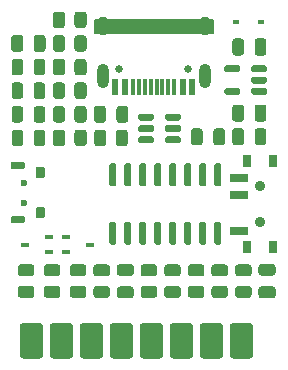
<source format=gbr>
G04 #@! TF.GenerationSoftware,KiCad,Pcbnew,6.0.7+dfsg-1~bpo11+1*
G04 #@! TF.ProjectId,project,70726f6a-6563-4742-9e6b-696361645f70,rev?*
G04 #@! TF.SameCoordinates,Original*
G04 #@! TF.FileFunction,Soldermask,Top*
G04 #@! TF.FilePolarity,Negative*
%FSLAX46Y46*%
G04 Gerber Fmt 4.6, Leading zero omitted, Abs format (unit mm)*
%MOMM*%
%LPD*%
G01*
G04 APERTURE LIST*
%ADD10C,0.150000*%
%ADD11R,0.600000X0.450000*%
%ADD12C,0.900000*%
%ADD13R,1.500000X0.700000*%
%ADD14R,0.800000X1.000000*%
%ADD15C,0.650000*%
%ADD16R,0.600000X1.450000*%
%ADD17R,0.300000X1.450000*%
%ADD18O,1.000000X2.100000*%
%ADD19O,1.000000X1.600000*%
%ADD20C,0.600000*%
%ADD21R,0.700000X0.450000*%
G04 APERTURE END LIST*
D10*
X107500000Y-97375000D02*
X117500000Y-97375000D01*
X117500000Y-97375000D02*
X117500000Y-98475000D01*
X117500000Y-98475000D02*
X107500000Y-98475000D01*
X107500000Y-98475000D02*
X107500000Y-97375000D01*
G36*
X107500000Y-97375000D02*
G01*
X117500000Y-97375000D01*
X117500000Y-98475000D01*
X107500000Y-98475000D01*
X107500000Y-97375000D01*
G37*
G36*
G01*
X112550000Y-120925000D02*
X111650000Y-120925000D01*
G75*
G02*
X111400000Y-120675000I0J250000D01*
G01*
X111400000Y-120150000D01*
G75*
G02*
X111650000Y-119900000I250000J0D01*
G01*
X112550000Y-119900000D01*
G75*
G02*
X112800000Y-120150000I0J-250000D01*
G01*
X112800000Y-120675000D01*
G75*
G02*
X112550000Y-120925000I-250000J0D01*
G01*
G37*
G36*
G01*
X112550000Y-119100000D02*
X111650000Y-119100000D01*
G75*
G02*
X111400000Y-118850000I0J250000D01*
G01*
X111400000Y-118325000D01*
G75*
G02*
X111650000Y-118075000I250000J0D01*
G01*
X112550000Y-118075000D01*
G75*
G02*
X112800000Y-118325000I0J-250000D01*
G01*
X112800000Y-118850000D01*
G75*
G02*
X112550000Y-119100000I-250000J0D01*
G01*
G37*
G36*
G01*
X110325000Y-106925000D02*
X110325000Y-107825000D01*
G75*
G02*
X110075000Y-108075000I-250000J0D01*
G01*
X109550000Y-108075000D01*
G75*
G02*
X109300000Y-107825000I0J250000D01*
G01*
X109300000Y-106925000D01*
G75*
G02*
X109550000Y-106675000I250000J0D01*
G01*
X110075000Y-106675000D01*
G75*
G02*
X110325000Y-106925000I0J-250000D01*
G01*
G37*
G36*
G01*
X108500000Y-106925000D02*
X108500000Y-107825000D01*
G75*
G02*
X108250000Y-108075000I-250000J0D01*
G01*
X107725000Y-108075000D01*
G75*
G02*
X107475000Y-107825000I0J250000D01*
G01*
X107475000Y-106925000D01*
G75*
G02*
X107725000Y-106675000I250000J0D01*
G01*
X108250000Y-106675000D01*
G75*
G02*
X108500000Y-106925000I0J-250000D01*
G01*
G37*
G36*
G01*
X109625000Y-118050000D02*
X110575000Y-118050000D01*
G75*
G02*
X110825000Y-118300000I0J-250000D01*
G01*
X110825000Y-118800000D01*
G75*
G02*
X110575000Y-119050000I-250000J0D01*
G01*
X109625000Y-119050000D01*
G75*
G02*
X109375000Y-118800000I0J250000D01*
G01*
X109375000Y-118300000D01*
G75*
G02*
X109625000Y-118050000I250000J0D01*
G01*
G37*
G36*
G01*
X109625000Y-119950000D02*
X110575000Y-119950000D01*
G75*
G02*
X110825000Y-120200000I0J-250000D01*
G01*
X110825000Y-120700000D01*
G75*
G02*
X110575000Y-120950000I-250000J0D01*
G01*
X109625000Y-120950000D01*
G75*
G02*
X109375000Y-120700000I0J250000D01*
G01*
X109375000Y-120200000D01*
G75*
G02*
X109625000Y-119950000I250000J0D01*
G01*
G37*
G36*
G01*
X103450000Y-118075000D02*
X104350000Y-118075000D01*
G75*
G02*
X104600000Y-118325000I0J-250000D01*
G01*
X104600000Y-118850000D01*
G75*
G02*
X104350000Y-119100000I-250000J0D01*
G01*
X103450000Y-119100000D01*
G75*
G02*
X103200000Y-118850000I0J250000D01*
G01*
X103200000Y-118325000D01*
G75*
G02*
X103450000Y-118075000I250000J0D01*
G01*
G37*
G36*
G01*
X103450000Y-119900000D02*
X104350000Y-119900000D01*
G75*
G02*
X104600000Y-120150000I0J-250000D01*
G01*
X104600000Y-120675000D01*
G75*
G02*
X104350000Y-120925000I-250000J0D01*
G01*
X103450000Y-120925000D01*
G75*
G02*
X103200000Y-120675000I0J250000D01*
G01*
X103200000Y-120150000D01*
G75*
G02*
X103450000Y-119900000I250000J0D01*
G01*
G37*
G36*
G01*
X103350000Y-98900000D02*
X103350000Y-99850000D01*
G75*
G02*
X103100000Y-100100000I-250000J0D01*
G01*
X102600000Y-100100000D01*
G75*
G02*
X102350000Y-99850000I0J250000D01*
G01*
X102350000Y-98900000D01*
G75*
G02*
X102600000Y-98650000I250000J0D01*
G01*
X103100000Y-98650000D01*
G75*
G02*
X103350000Y-98900000I0J-250000D01*
G01*
G37*
G36*
G01*
X101450000Y-98900000D02*
X101450000Y-99850000D01*
G75*
G02*
X101200000Y-100100000I-250000J0D01*
G01*
X100700000Y-100100000D01*
G75*
G02*
X100450000Y-99850000I0J250000D01*
G01*
X100450000Y-98900000D01*
G75*
G02*
X100700000Y-98650000I250000J0D01*
G01*
X101200000Y-98650000D01*
G75*
G02*
X101450000Y-98900000I0J-250000D01*
G01*
G37*
G36*
G01*
X100475000Y-101831250D02*
X100475000Y-100918750D01*
G75*
G02*
X100718750Y-100675000I243750J0D01*
G01*
X101206250Y-100675000D01*
G75*
G02*
X101450000Y-100918750I0J-243750D01*
G01*
X101450000Y-101831250D01*
G75*
G02*
X101206250Y-102075000I-243750J0D01*
G01*
X100718750Y-102075000D01*
G75*
G02*
X100475000Y-101831250I0J243750D01*
G01*
G37*
G36*
G01*
X102350000Y-101831250D02*
X102350000Y-100918750D01*
G75*
G02*
X102593750Y-100675000I243750J0D01*
G01*
X103081250Y-100675000D01*
G75*
G02*
X103325000Y-100918750I0J-243750D01*
G01*
X103325000Y-101831250D01*
G75*
G02*
X103081250Y-102075000I-243750J0D01*
G01*
X102593750Y-102075000D01*
G75*
G02*
X102350000Y-101831250I0J243750D01*
G01*
G37*
G36*
G01*
X100475000Y-103831250D02*
X100475000Y-102918750D01*
G75*
G02*
X100718750Y-102675000I243750J0D01*
G01*
X101206250Y-102675000D01*
G75*
G02*
X101450000Y-102918750I0J-243750D01*
G01*
X101450000Y-103831250D01*
G75*
G02*
X101206250Y-104075000I-243750J0D01*
G01*
X100718750Y-104075000D01*
G75*
G02*
X100475000Y-103831250I0J243750D01*
G01*
G37*
G36*
G01*
X102350000Y-103831250D02*
X102350000Y-102918750D01*
G75*
G02*
X102593750Y-102675000I243750J0D01*
G01*
X103081250Y-102675000D01*
G75*
G02*
X103325000Y-102918750I0J-243750D01*
G01*
X103325000Y-103831250D01*
G75*
G02*
X103081250Y-104075000I-243750J0D01*
G01*
X102593750Y-104075000D01*
G75*
G02*
X102350000Y-103831250I0J243750D01*
G01*
G37*
G36*
G01*
X119150000Y-107750000D02*
X119150000Y-106800000D01*
G75*
G02*
X119400000Y-106550000I250000J0D01*
G01*
X119900000Y-106550000D01*
G75*
G02*
X120150000Y-106800000I0J-250000D01*
G01*
X120150000Y-107750000D01*
G75*
G02*
X119900000Y-108000000I-250000J0D01*
G01*
X119400000Y-108000000D01*
G75*
G02*
X119150000Y-107750000I0J250000D01*
G01*
G37*
G36*
G01*
X121050000Y-107750000D02*
X121050000Y-106800000D01*
G75*
G02*
X121300000Y-106550000I250000J0D01*
G01*
X121800000Y-106550000D01*
G75*
G02*
X122050000Y-106800000I0J-250000D01*
G01*
X122050000Y-107750000D01*
G75*
G02*
X121800000Y-108000000I-250000J0D01*
G01*
X121300000Y-108000000D01*
G75*
G02*
X121050000Y-107750000I0J250000D01*
G01*
G37*
G36*
G01*
X118550000Y-120925000D02*
X117650000Y-120925000D01*
G75*
G02*
X117400000Y-120675000I0J250000D01*
G01*
X117400000Y-120150000D01*
G75*
G02*
X117650000Y-119900000I250000J0D01*
G01*
X118550000Y-119900000D01*
G75*
G02*
X118800000Y-120150000I0J-250000D01*
G01*
X118800000Y-120675000D01*
G75*
G02*
X118550000Y-120925000I-250000J0D01*
G01*
G37*
G36*
G01*
X118550000Y-119100000D02*
X117650000Y-119100000D01*
G75*
G02*
X117400000Y-118850000I0J250000D01*
G01*
X117400000Y-118325000D01*
G75*
G02*
X117650000Y-118075000I250000J0D01*
G01*
X118550000Y-118075000D01*
G75*
G02*
X118800000Y-118325000I0J-250000D01*
G01*
X118800000Y-118850000D01*
G75*
G02*
X118550000Y-119100000I-250000J0D01*
G01*
G37*
G36*
G01*
X117795000Y-109525000D02*
X118095000Y-109525000D01*
G75*
G02*
X118245000Y-109675000I0J-150000D01*
G01*
X118245000Y-111325000D01*
G75*
G02*
X118095000Y-111475000I-150000J0D01*
G01*
X117795000Y-111475000D01*
G75*
G02*
X117645000Y-111325000I0J150000D01*
G01*
X117645000Y-109675000D01*
G75*
G02*
X117795000Y-109525000I150000J0D01*
G01*
G37*
G36*
G01*
X116525000Y-109525000D02*
X116825000Y-109525000D01*
G75*
G02*
X116975000Y-109675000I0J-150000D01*
G01*
X116975000Y-111325000D01*
G75*
G02*
X116825000Y-111475000I-150000J0D01*
G01*
X116525000Y-111475000D01*
G75*
G02*
X116375000Y-111325000I0J150000D01*
G01*
X116375000Y-109675000D01*
G75*
G02*
X116525000Y-109525000I150000J0D01*
G01*
G37*
G36*
G01*
X115255000Y-109525000D02*
X115555000Y-109525000D01*
G75*
G02*
X115705000Y-109675000I0J-150000D01*
G01*
X115705000Y-111325000D01*
G75*
G02*
X115555000Y-111475000I-150000J0D01*
G01*
X115255000Y-111475000D01*
G75*
G02*
X115105000Y-111325000I0J150000D01*
G01*
X115105000Y-109675000D01*
G75*
G02*
X115255000Y-109525000I150000J0D01*
G01*
G37*
G36*
G01*
X113985000Y-109525000D02*
X114285000Y-109525000D01*
G75*
G02*
X114435000Y-109675000I0J-150000D01*
G01*
X114435000Y-111325000D01*
G75*
G02*
X114285000Y-111475000I-150000J0D01*
G01*
X113985000Y-111475000D01*
G75*
G02*
X113835000Y-111325000I0J150000D01*
G01*
X113835000Y-109675000D01*
G75*
G02*
X113985000Y-109525000I150000J0D01*
G01*
G37*
G36*
G01*
X112715000Y-109525000D02*
X113015000Y-109525000D01*
G75*
G02*
X113165000Y-109675000I0J-150000D01*
G01*
X113165000Y-111325000D01*
G75*
G02*
X113015000Y-111475000I-150000J0D01*
G01*
X112715000Y-111475000D01*
G75*
G02*
X112565000Y-111325000I0J150000D01*
G01*
X112565000Y-109675000D01*
G75*
G02*
X112715000Y-109525000I150000J0D01*
G01*
G37*
G36*
G01*
X111445000Y-109525000D02*
X111745000Y-109525000D01*
G75*
G02*
X111895000Y-109675000I0J-150000D01*
G01*
X111895000Y-111325000D01*
G75*
G02*
X111745000Y-111475000I-150000J0D01*
G01*
X111445000Y-111475000D01*
G75*
G02*
X111295000Y-111325000I0J150000D01*
G01*
X111295000Y-109675000D01*
G75*
G02*
X111445000Y-109525000I150000J0D01*
G01*
G37*
G36*
G01*
X110175000Y-109525000D02*
X110475000Y-109525000D01*
G75*
G02*
X110625000Y-109675000I0J-150000D01*
G01*
X110625000Y-111325000D01*
G75*
G02*
X110475000Y-111475000I-150000J0D01*
G01*
X110175000Y-111475000D01*
G75*
G02*
X110025000Y-111325000I0J150000D01*
G01*
X110025000Y-109675000D01*
G75*
G02*
X110175000Y-109525000I150000J0D01*
G01*
G37*
G36*
G01*
X108905000Y-109525000D02*
X109205000Y-109525000D01*
G75*
G02*
X109355000Y-109675000I0J-150000D01*
G01*
X109355000Y-111325000D01*
G75*
G02*
X109205000Y-111475000I-150000J0D01*
G01*
X108905000Y-111475000D01*
G75*
G02*
X108755000Y-111325000I0J150000D01*
G01*
X108755000Y-109675000D01*
G75*
G02*
X108905000Y-109525000I150000J0D01*
G01*
G37*
G36*
G01*
X108905000Y-114475000D02*
X109205000Y-114475000D01*
G75*
G02*
X109355000Y-114625000I0J-150000D01*
G01*
X109355000Y-116275000D01*
G75*
G02*
X109205000Y-116425000I-150000J0D01*
G01*
X108905000Y-116425000D01*
G75*
G02*
X108755000Y-116275000I0J150000D01*
G01*
X108755000Y-114625000D01*
G75*
G02*
X108905000Y-114475000I150000J0D01*
G01*
G37*
G36*
G01*
X110175000Y-114475000D02*
X110475000Y-114475000D01*
G75*
G02*
X110625000Y-114625000I0J-150000D01*
G01*
X110625000Y-116275000D01*
G75*
G02*
X110475000Y-116425000I-150000J0D01*
G01*
X110175000Y-116425000D01*
G75*
G02*
X110025000Y-116275000I0J150000D01*
G01*
X110025000Y-114625000D01*
G75*
G02*
X110175000Y-114475000I150000J0D01*
G01*
G37*
G36*
G01*
X111445000Y-114475000D02*
X111745000Y-114475000D01*
G75*
G02*
X111895000Y-114625000I0J-150000D01*
G01*
X111895000Y-116275000D01*
G75*
G02*
X111745000Y-116425000I-150000J0D01*
G01*
X111445000Y-116425000D01*
G75*
G02*
X111295000Y-116275000I0J150000D01*
G01*
X111295000Y-114625000D01*
G75*
G02*
X111445000Y-114475000I150000J0D01*
G01*
G37*
G36*
G01*
X112715000Y-114475000D02*
X113015000Y-114475000D01*
G75*
G02*
X113165000Y-114625000I0J-150000D01*
G01*
X113165000Y-116275000D01*
G75*
G02*
X113015000Y-116425000I-150000J0D01*
G01*
X112715000Y-116425000D01*
G75*
G02*
X112565000Y-116275000I0J150000D01*
G01*
X112565000Y-114625000D01*
G75*
G02*
X112715000Y-114475000I150000J0D01*
G01*
G37*
G36*
G01*
X113985000Y-114475000D02*
X114285000Y-114475000D01*
G75*
G02*
X114435000Y-114625000I0J-150000D01*
G01*
X114435000Y-116275000D01*
G75*
G02*
X114285000Y-116425000I-150000J0D01*
G01*
X113985000Y-116425000D01*
G75*
G02*
X113835000Y-116275000I0J150000D01*
G01*
X113835000Y-114625000D01*
G75*
G02*
X113985000Y-114475000I150000J0D01*
G01*
G37*
G36*
G01*
X115255000Y-114475000D02*
X115555000Y-114475000D01*
G75*
G02*
X115705000Y-114625000I0J-150000D01*
G01*
X115705000Y-116275000D01*
G75*
G02*
X115555000Y-116425000I-150000J0D01*
G01*
X115255000Y-116425000D01*
G75*
G02*
X115105000Y-116275000I0J150000D01*
G01*
X115105000Y-114625000D01*
G75*
G02*
X115255000Y-114475000I150000J0D01*
G01*
G37*
G36*
G01*
X116525000Y-114475000D02*
X116825000Y-114475000D01*
G75*
G02*
X116975000Y-114625000I0J-150000D01*
G01*
X116975000Y-116275000D01*
G75*
G02*
X116825000Y-116425000I-150000J0D01*
G01*
X116525000Y-116425000D01*
G75*
G02*
X116375000Y-116275000I0J150000D01*
G01*
X116375000Y-114625000D01*
G75*
G02*
X116525000Y-114475000I150000J0D01*
G01*
G37*
G36*
G01*
X117795000Y-114475000D02*
X118095000Y-114475000D01*
G75*
G02*
X118245000Y-114625000I0J-150000D01*
G01*
X118245000Y-116275000D01*
G75*
G02*
X118095000Y-116425000I-150000J0D01*
G01*
X117795000Y-116425000D01*
G75*
G02*
X117645000Y-116275000I0J150000D01*
G01*
X117645000Y-114625000D01*
G75*
G02*
X117795000Y-114475000I150000J0D01*
G01*
G37*
G36*
G01*
X115650000Y-107750000D02*
X115650000Y-106800000D01*
G75*
G02*
X115900000Y-106550000I250000J0D01*
G01*
X116400000Y-106550000D01*
G75*
G02*
X116650000Y-106800000I0J-250000D01*
G01*
X116650000Y-107750000D01*
G75*
G02*
X116400000Y-108000000I-250000J0D01*
G01*
X115900000Y-108000000D01*
G75*
G02*
X115650000Y-107750000I0J250000D01*
G01*
G37*
G36*
G01*
X117550000Y-107750000D02*
X117550000Y-106800000D01*
G75*
G02*
X117800000Y-106550000I250000J0D01*
G01*
X118300000Y-106550000D01*
G75*
G02*
X118550000Y-106800000I0J-250000D01*
G01*
X118550000Y-107750000D01*
G75*
G02*
X118300000Y-108000000I-250000J0D01*
G01*
X117800000Y-108000000D01*
G75*
G02*
X117550000Y-107750000I0J250000D01*
G01*
G37*
G36*
G01*
X103975000Y-99825000D02*
X103975000Y-98925000D01*
G75*
G02*
X104225000Y-98675000I250000J0D01*
G01*
X104750000Y-98675000D01*
G75*
G02*
X105000000Y-98925000I0J-250000D01*
G01*
X105000000Y-99825000D01*
G75*
G02*
X104750000Y-100075000I-250000J0D01*
G01*
X104225000Y-100075000D01*
G75*
G02*
X103975000Y-99825000I0J250000D01*
G01*
G37*
G36*
G01*
X105800000Y-99825000D02*
X105800000Y-98925000D01*
G75*
G02*
X106050000Y-98675000I250000J0D01*
G01*
X106575000Y-98675000D01*
G75*
G02*
X106825000Y-98925000I0J-250000D01*
G01*
X106825000Y-99825000D01*
G75*
G02*
X106575000Y-100075000I-250000J0D01*
G01*
X106050000Y-100075000D01*
G75*
G02*
X105800000Y-99825000I0J250000D01*
G01*
G37*
D11*
X121550000Y-97575000D03*
X119450000Y-97575000D03*
G36*
G01*
X103975000Y-103825000D02*
X103975000Y-102925000D01*
G75*
G02*
X104225000Y-102675000I250000J0D01*
G01*
X104750000Y-102675000D01*
G75*
G02*
X105000000Y-102925000I0J-250000D01*
G01*
X105000000Y-103825000D01*
G75*
G02*
X104750000Y-104075000I-250000J0D01*
G01*
X104225000Y-104075000D01*
G75*
G02*
X103975000Y-103825000I0J250000D01*
G01*
G37*
G36*
G01*
X105800000Y-103825000D02*
X105800000Y-102925000D01*
G75*
G02*
X106050000Y-102675000I250000J0D01*
G01*
X106575000Y-102675000D01*
G75*
G02*
X106825000Y-102925000I0J-250000D01*
G01*
X106825000Y-103825000D01*
G75*
G02*
X106575000Y-104075000I-250000J0D01*
G01*
X106050000Y-104075000D01*
G75*
G02*
X105800000Y-103825000I0J250000D01*
G01*
G37*
G36*
G01*
X103975000Y-97825000D02*
X103975000Y-96925000D01*
G75*
G02*
X104225000Y-96675000I250000J0D01*
G01*
X104750000Y-96675000D01*
G75*
G02*
X105000000Y-96925000I0J-250000D01*
G01*
X105000000Y-97825000D01*
G75*
G02*
X104750000Y-98075000I-250000J0D01*
G01*
X104225000Y-98075000D01*
G75*
G02*
X103975000Y-97825000I0J250000D01*
G01*
G37*
G36*
G01*
X105800000Y-97825000D02*
X105800000Y-96925000D01*
G75*
G02*
X106050000Y-96675000I250000J0D01*
G01*
X106575000Y-96675000D01*
G75*
G02*
X106825000Y-96925000I0J-250000D01*
G01*
X106825000Y-97825000D01*
G75*
G02*
X106575000Y-98075000I-250000J0D01*
G01*
X106050000Y-98075000D01*
G75*
G02*
X105800000Y-97825000I0J250000D01*
G01*
G37*
G36*
G01*
X122100000Y-103275000D02*
X122100000Y-103575000D01*
G75*
G02*
X121950000Y-103725000I-150000J0D01*
G01*
X120925000Y-103725000D01*
G75*
G02*
X120775000Y-103575000I0J150000D01*
G01*
X120775000Y-103275000D01*
G75*
G02*
X120925000Y-103125000I150000J0D01*
G01*
X121950000Y-103125000D01*
G75*
G02*
X122100000Y-103275000I0J-150000D01*
G01*
G37*
G36*
G01*
X122100000Y-102325000D02*
X122100000Y-102625000D01*
G75*
G02*
X121950000Y-102775000I-150000J0D01*
G01*
X120925000Y-102775000D01*
G75*
G02*
X120775000Y-102625000I0J150000D01*
G01*
X120775000Y-102325000D01*
G75*
G02*
X120925000Y-102175000I150000J0D01*
G01*
X121950000Y-102175000D01*
G75*
G02*
X122100000Y-102325000I0J-150000D01*
G01*
G37*
G36*
G01*
X122100000Y-101375000D02*
X122100000Y-101675000D01*
G75*
G02*
X121950000Y-101825000I-150000J0D01*
G01*
X120925000Y-101825000D01*
G75*
G02*
X120775000Y-101675000I0J150000D01*
G01*
X120775000Y-101375000D01*
G75*
G02*
X120925000Y-101225000I150000J0D01*
G01*
X121950000Y-101225000D01*
G75*
G02*
X122100000Y-101375000I0J-150000D01*
G01*
G37*
G36*
G01*
X119825000Y-101375000D02*
X119825000Y-101675000D01*
G75*
G02*
X119675000Y-101825000I-150000J0D01*
G01*
X118650000Y-101825000D01*
G75*
G02*
X118500000Y-101675000I0J150000D01*
G01*
X118500000Y-101375000D01*
G75*
G02*
X118650000Y-101225000I150000J0D01*
G01*
X119675000Y-101225000D01*
G75*
G02*
X119825000Y-101375000I0J-150000D01*
G01*
G37*
G36*
G01*
X119825000Y-103275000D02*
X119825000Y-103575000D01*
G75*
G02*
X119675000Y-103725000I-150000J0D01*
G01*
X118650000Y-103725000D01*
G75*
G02*
X118500000Y-103575000I0J150000D01*
G01*
X118500000Y-103275000D01*
G75*
G02*
X118650000Y-103125000I150000J0D01*
G01*
X119675000Y-103125000D01*
G75*
G02*
X119825000Y-103275000I0J-150000D01*
G01*
G37*
G36*
G01*
X103975000Y-107825000D02*
X103975000Y-106925000D01*
G75*
G02*
X104225000Y-106675000I250000J0D01*
G01*
X104750000Y-106675000D01*
G75*
G02*
X105000000Y-106925000I0J-250000D01*
G01*
X105000000Y-107825000D01*
G75*
G02*
X104750000Y-108075000I-250000J0D01*
G01*
X104225000Y-108075000D01*
G75*
G02*
X103975000Y-107825000I0J250000D01*
G01*
G37*
G36*
G01*
X105800000Y-107825000D02*
X105800000Y-106925000D01*
G75*
G02*
X106050000Y-106675000I250000J0D01*
G01*
X106575000Y-106675000D01*
G75*
G02*
X106825000Y-106925000I0J-250000D01*
G01*
X106825000Y-107825000D01*
G75*
G02*
X106575000Y-108075000I-250000J0D01*
G01*
X106050000Y-108075000D01*
G75*
G02*
X105800000Y-107825000I0J250000D01*
G01*
G37*
G36*
G01*
X114800000Y-107375000D02*
X114800000Y-107675000D01*
G75*
G02*
X114650000Y-107825000I-150000J0D01*
G01*
X113625000Y-107825000D01*
G75*
G02*
X113475000Y-107675000I0J150000D01*
G01*
X113475000Y-107375000D01*
G75*
G02*
X113625000Y-107225000I150000J0D01*
G01*
X114650000Y-107225000D01*
G75*
G02*
X114800000Y-107375000I0J-150000D01*
G01*
G37*
G36*
G01*
X114800000Y-106425000D02*
X114800000Y-106725000D01*
G75*
G02*
X114650000Y-106875000I-150000J0D01*
G01*
X113625000Y-106875000D01*
G75*
G02*
X113475000Y-106725000I0J150000D01*
G01*
X113475000Y-106425000D01*
G75*
G02*
X113625000Y-106275000I150000J0D01*
G01*
X114650000Y-106275000D01*
G75*
G02*
X114800000Y-106425000I0J-150000D01*
G01*
G37*
G36*
G01*
X114800000Y-105475000D02*
X114800000Y-105775000D01*
G75*
G02*
X114650000Y-105925000I-150000J0D01*
G01*
X113625000Y-105925000D01*
G75*
G02*
X113475000Y-105775000I0J150000D01*
G01*
X113475000Y-105475000D01*
G75*
G02*
X113625000Y-105325000I150000J0D01*
G01*
X114650000Y-105325000D01*
G75*
G02*
X114800000Y-105475000I0J-150000D01*
G01*
G37*
G36*
G01*
X112525000Y-105475000D02*
X112525000Y-105775000D01*
G75*
G02*
X112375000Y-105925000I-150000J0D01*
G01*
X111350000Y-105925000D01*
G75*
G02*
X111200000Y-105775000I0J150000D01*
G01*
X111200000Y-105475000D01*
G75*
G02*
X111350000Y-105325000I150000J0D01*
G01*
X112375000Y-105325000D01*
G75*
G02*
X112525000Y-105475000I0J-150000D01*
G01*
G37*
G36*
G01*
X112525000Y-106425000D02*
X112525000Y-106725000D01*
G75*
G02*
X112375000Y-106875000I-150000J0D01*
G01*
X111350000Y-106875000D01*
G75*
G02*
X111200000Y-106725000I0J150000D01*
G01*
X111200000Y-106425000D01*
G75*
G02*
X111350000Y-106275000I150000J0D01*
G01*
X112375000Y-106275000D01*
G75*
G02*
X112525000Y-106425000I0J-150000D01*
G01*
G37*
G36*
G01*
X112525000Y-107375000D02*
X112525000Y-107675000D01*
G75*
G02*
X112375000Y-107825000I-150000J0D01*
G01*
X111350000Y-107825000D01*
G75*
G02*
X111200000Y-107675000I0J150000D01*
G01*
X111200000Y-107375000D01*
G75*
G02*
X111350000Y-107225000I150000J0D01*
G01*
X112375000Y-107225000D01*
G75*
G02*
X112525000Y-107375000I0J-150000D01*
G01*
G37*
D12*
X121530000Y-111475000D03*
X121530000Y-114475000D03*
D13*
X119770000Y-115225000D03*
X119770000Y-112225000D03*
X119770000Y-110725000D03*
D14*
X120420000Y-116625000D03*
X120420000Y-109325000D03*
X122630000Y-116625000D03*
X122630000Y-109325000D03*
G36*
G01*
X100475000Y-107831250D02*
X100475000Y-106918750D01*
G75*
G02*
X100718750Y-106675000I243750J0D01*
G01*
X101206250Y-106675000D01*
G75*
G02*
X101450000Y-106918750I0J-243750D01*
G01*
X101450000Y-107831250D01*
G75*
G02*
X101206250Y-108075000I-243750J0D01*
G01*
X100718750Y-108075000D01*
G75*
G02*
X100475000Y-107831250I0J243750D01*
G01*
G37*
G36*
G01*
X102350000Y-107831250D02*
X102350000Y-106918750D01*
G75*
G02*
X102593750Y-106675000I243750J0D01*
G01*
X103081250Y-106675000D01*
G75*
G02*
X103325000Y-106918750I0J-243750D01*
G01*
X103325000Y-107831250D01*
G75*
G02*
X103081250Y-108075000I-243750J0D01*
G01*
X102593750Y-108075000D01*
G75*
G02*
X102350000Y-107831250I0J243750D01*
G01*
G37*
G36*
G01*
X110350000Y-104900000D02*
X110350000Y-105850000D01*
G75*
G02*
X110100000Y-106100000I-250000J0D01*
G01*
X109600000Y-106100000D01*
G75*
G02*
X109350000Y-105850000I0J250000D01*
G01*
X109350000Y-104900000D01*
G75*
G02*
X109600000Y-104650000I250000J0D01*
G01*
X110100000Y-104650000D01*
G75*
G02*
X110350000Y-104900000I0J-250000D01*
G01*
G37*
G36*
G01*
X108450000Y-104900000D02*
X108450000Y-105850000D01*
G75*
G02*
X108200000Y-106100000I-250000J0D01*
G01*
X107700000Y-106100000D01*
G75*
G02*
X107450000Y-105850000I0J250000D01*
G01*
X107450000Y-104900000D01*
G75*
G02*
X107700000Y-104650000I250000J0D01*
G01*
X108200000Y-104650000D01*
G75*
G02*
X108450000Y-104900000I0J-250000D01*
G01*
G37*
G36*
G01*
X100475000Y-105831250D02*
X100475000Y-104918750D01*
G75*
G02*
X100718750Y-104675000I243750J0D01*
G01*
X101206250Y-104675000D01*
G75*
G02*
X101450000Y-104918750I0J-243750D01*
G01*
X101450000Y-105831250D01*
G75*
G02*
X101206250Y-106075000I-243750J0D01*
G01*
X100718750Y-106075000D01*
G75*
G02*
X100475000Y-105831250I0J243750D01*
G01*
G37*
G36*
G01*
X102350000Y-105831250D02*
X102350000Y-104918750D01*
G75*
G02*
X102593750Y-104675000I243750J0D01*
G01*
X103081250Y-104675000D01*
G75*
G02*
X103325000Y-104918750I0J-243750D01*
G01*
X103325000Y-105831250D01*
G75*
G02*
X103081250Y-106075000I-243750J0D01*
G01*
X102593750Y-106075000D01*
G75*
G02*
X102350000Y-105831250I0J243750D01*
G01*
G37*
G36*
G01*
X103975000Y-101825000D02*
X103975000Y-100925000D01*
G75*
G02*
X104225000Y-100675000I250000J0D01*
G01*
X104750000Y-100675000D01*
G75*
G02*
X105000000Y-100925000I0J-250000D01*
G01*
X105000000Y-101825000D01*
G75*
G02*
X104750000Y-102075000I-250000J0D01*
G01*
X104225000Y-102075000D01*
G75*
G02*
X103975000Y-101825000I0J250000D01*
G01*
G37*
G36*
G01*
X105800000Y-101825000D02*
X105800000Y-100925000D01*
G75*
G02*
X106050000Y-100675000I250000J0D01*
G01*
X106575000Y-100675000D01*
G75*
G02*
X106825000Y-100925000I0J-250000D01*
G01*
X106825000Y-101825000D01*
G75*
G02*
X106575000Y-102075000I-250000J0D01*
G01*
X106050000Y-102075000D01*
G75*
G02*
X105800000Y-101825000I0J250000D01*
G01*
G37*
D15*
X109610000Y-101575000D03*
X115390000Y-101575000D03*
D16*
X115750000Y-103020000D03*
X114950000Y-103020000D03*
D17*
X113750000Y-103020000D03*
X112750000Y-103020000D03*
X112250000Y-103020000D03*
X111250000Y-103020000D03*
D16*
X110050000Y-103020000D03*
X109250000Y-103020000D03*
X109250000Y-103020000D03*
X110050000Y-103020000D03*
D17*
X110750000Y-103020000D03*
X111750000Y-103020000D03*
X113250000Y-103020000D03*
X114250000Y-103020000D03*
D16*
X114950000Y-103020000D03*
X115750000Y-103020000D03*
D18*
X116820000Y-102105000D03*
D19*
X108180000Y-97925000D03*
X116820000Y-97925000D03*
D18*
X108180000Y-102105000D03*
G36*
G01*
X101250000Y-118075000D02*
X102150000Y-118075000D01*
G75*
G02*
X102400000Y-118325000I0J-250000D01*
G01*
X102400000Y-118850000D01*
G75*
G02*
X102150000Y-119100000I-250000J0D01*
G01*
X101250000Y-119100000D01*
G75*
G02*
X101000000Y-118850000I0J250000D01*
G01*
X101000000Y-118325000D01*
G75*
G02*
X101250000Y-118075000I250000J0D01*
G01*
G37*
G36*
G01*
X101250000Y-119900000D02*
X102150000Y-119900000D01*
G75*
G02*
X102400000Y-120150000I0J-250000D01*
G01*
X102400000Y-120675000D01*
G75*
G02*
X102150000Y-120925000I-250000J0D01*
G01*
X101250000Y-120925000D01*
G75*
G02*
X101000000Y-120675000I0J250000D01*
G01*
X101000000Y-120150000D01*
G75*
G02*
X101250000Y-119900000I250000J0D01*
G01*
G37*
G36*
G01*
X122575000Y-120950000D02*
X121625000Y-120950000D01*
G75*
G02*
X121375000Y-120700000I0J250000D01*
G01*
X121375000Y-120200000D01*
G75*
G02*
X121625000Y-119950000I250000J0D01*
G01*
X122575000Y-119950000D01*
G75*
G02*
X122825000Y-120200000I0J-250000D01*
G01*
X122825000Y-120700000D01*
G75*
G02*
X122575000Y-120950000I-250000J0D01*
G01*
G37*
G36*
G01*
X122575000Y-119050000D02*
X121625000Y-119050000D01*
G75*
G02*
X121375000Y-118800000I0J250000D01*
G01*
X121375000Y-118300000D01*
G75*
G02*
X121625000Y-118050000I250000J0D01*
G01*
X122575000Y-118050000D01*
G75*
G02*
X122825000Y-118300000I0J-250000D01*
G01*
X122825000Y-118800000D01*
G75*
G02*
X122575000Y-119050000I-250000J0D01*
G01*
G37*
D20*
X101500000Y-111150000D03*
X101500000Y-112850000D03*
G36*
G01*
X103200000Y-114150000D02*
X102600000Y-114150000D01*
G75*
G02*
X102500000Y-114050000I0J100000D01*
G01*
X102500000Y-113350000D01*
G75*
G02*
X102600000Y-113250000I100000J0D01*
G01*
X103200000Y-113250000D01*
G75*
G02*
X103300000Y-113350000I0J-100000D01*
G01*
X103300000Y-114050000D01*
G75*
G02*
X103200000Y-114150000I-100000J0D01*
G01*
G37*
G36*
G01*
X103200000Y-110750000D02*
X102600000Y-110750000D01*
G75*
G02*
X102500000Y-110650000I0J100000D01*
G01*
X102500000Y-109950000D01*
G75*
G02*
X102600000Y-109850000I100000J0D01*
G01*
X103200000Y-109850000D01*
G75*
G02*
X103300000Y-109950000I0J-100000D01*
G01*
X103300000Y-110650000D01*
G75*
G02*
X103200000Y-110750000I-100000J0D01*
G01*
G37*
G36*
G01*
X101500000Y-110000000D02*
X100500000Y-110000000D01*
G75*
G02*
X100400000Y-109900000I0J100000D01*
G01*
X100400000Y-109500000D01*
G75*
G02*
X100500000Y-109400000I100000J0D01*
G01*
X101500000Y-109400000D01*
G75*
G02*
X101600000Y-109500000I0J-100000D01*
G01*
X101600000Y-109900000D01*
G75*
G02*
X101500000Y-110000000I-100000J0D01*
G01*
G37*
G36*
G01*
X101500000Y-114600000D02*
X100500000Y-114600000D01*
G75*
G02*
X100400000Y-114500000I0J100000D01*
G01*
X100400000Y-114100000D01*
G75*
G02*
X100500000Y-114000000I100000J0D01*
G01*
X101500000Y-114000000D01*
G75*
G02*
X101600000Y-114100000I0J-100000D01*
G01*
X101600000Y-114500000D01*
G75*
G02*
X101500000Y-114600000I-100000J0D01*
G01*
G37*
G36*
G01*
X103975000Y-105825000D02*
X103975000Y-104925000D01*
G75*
G02*
X104225000Y-104675000I250000J0D01*
G01*
X104750000Y-104675000D01*
G75*
G02*
X105000000Y-104925000I0J-250000D01*
G01*
X105000000Y-105825000D01*
G75*
G02*
X104750000Y-106075000I-250000J0D01*
G01*
X104225000Y-106075000D01*
G75*
G02*
X103975000Y-105825000I0J250000D01*
G01*
G37*
G36*
G01*
X105800000Y-105825000D02*
X105800000Y-104925000D01*
G75*
G02*
X106050000Y-104675000I250000J0D01*
G01*
X106575000Y-104675000D01*
G75*
G02*
X106825000Y-104925000I0J-250000D01*
G01*
X106825000Y-105825000D01*
G75*
G02*
X106575000Y-106075000I-250000J0D01*
G01*
X106050000Y-106075000D01*
G75*
G02*
X105800000Y-105825000I0J250000D01*
G01*
G37*
G36*
G01*
X108550000Y-120925000D02*
X107650000Y-120925000D01*
G75*
G02*
X107400000Y-120675000I0J250000D01*
G01*
X107400000Y-120150000D01*
G75*
G02*
X107650000Y-119900000I250000J0D01*
G01*
X108550000Y-119900000D01*
G75*
G02*
X108800000Y-120150000I0J-250000D01*
G01*
X108800000Y-120675000D01*
G75*
G02*
X108550000Y-120925000I-250000J0D01*
G01*
G37*
G36*
G01*
X108550000Y-119100000D02*
X107650000Y-119100000D01*
G75*
G02*
X107400000Y-118850000I0J250000D01*
G01*
X107400000Y-118325000D01*
G75*
G02*
X107650000Y-118075000I250000J0D01*
G01*
X108550000Y-118075000D01*
G75*
G02*
X108800000Y-118325000I0J-250000D01*
G01*
X108800000Y-118850000D01*
G75*
G02*
X108550000Y-119100000I-250000J0D01*
G01*
G37*
G36*
G01*
X119650000Y-118075000D02*
X120550000Y-118075000D01*
G75*
G02*
X120800000Y-118325000I0J-250000D01*
G01*
X120800000Y-118850000D01*
G75*
G02*
X120550000Y-119100000I-250000J0D01*
G01*
X119650000Y-119100000D01*
G75*
G02*
X119400000Y-118850000I0J250000D01*
G01*
X119400000Y-118325000D01*
G75*
G02*
X119650000Y-118075000I250000J0D01*
G01*
G37*
G36*
G01*
X119650000Y-119900000D02*
X120550000Y-119900000D01*
G75*
G02*
X120800000Y-120150000I0J-250000D01*
G01*
X120800000Y-120675000D01*
G75*
G02*
X120550000Y-120925000I-250000J0D01*
G01*
X119650000Y-120925000D01*
G75*
G02*
X119400000Y-120675000I0J250000D01*
G01*
X119400000Y-120150000D01*
G75*
G02*
X119650000Y-119900000I250000J0D01*
G01*
G37*
G36*
G01*
X106550000Y-120925000D02*
X105650000Y-120925000D01*
G75*
G02*
X105400000Y-120675000I0J250000D01*
G01*
X105400000Y-120150000D01*
G75*
G02*
X105650000Y-119900000I250000J0D01*
G01*
X106550000Y-119900000D01*
G75*
G02*
X106800000Y-120150000I0J-250000D01*
G01*
X106800000Y-120675000D01*
G75*
G02*
X106550000Y-120925000I-250000J0D01*
G01*
G37*
G36*
G01*
X106550000Y-119100000D02*
X105650000Y-119100000D01*
G75*
G02*
X105400000Y-118850000I0J250000D01*
G01*
X105400000Y-118325000D01*
G75*
G02*
X105650000Y-118075000I250000J0D01*
G01*
X106550000Y-118075000D01*
G75*
G02*
X106800000Y-118325000I0J-250000D01*
G01*
X106800000Y-118850000D01*
G75*
G02*
X106550000Y-119100000I-250000J0D01*
G01*
G37*
G36*
G01*
X116550000Y-120925000D02*
X115650000Y-120925000D01*
G75*
G02*
X115400000Y-120675000I0J250000D01*
G01*
X115400000Y-120150000D01*
G75*
G02*
X115650000Y-119900000I250000J0D01*
G01*
X116550000Y-119900000D01*
G75*
G02*
X116800000Y-120150000I0J-250000D01*
G01*
X116800000Y-120675000D01*
G75*
G02*
X116550000Y-120925000I-250000J0D01*
G01*
G37*
G36*
G01*
X116550000Y-119100000D02*
X115650000Y-119100000D01*
G75*
G02*
X115400000Y-118850000I0J250000D01*
G01*
X115400000Y-118325000D01*
G75*
G02*
X115650000Y-118075000I250000J0D01*
G01*
X116550000Y-118075000D01*
G75*
G02*
X116800000Y-118325000I0J-250000D01*
G01*
X116800000Y-118850000D01*
G75*
G02*
X116550000Y-119100000I-250000J0D01*
G01*
G37*
D21*
X103600000Y-117050000D03*
X103600000Y-115750000D03*
X101600000Y-116400000D03*
X105100000Y-115750000D03*
X105100000Y-117050000D03*
X107100000Y-116400000D03*
G36*
G01*
X122050000Y-99200000D02*
X122050000Y-100150000D01*
G75*
G02*
X121800000Y-100400000I-250000J0D01*
G01*
X121300000Y-100400000D01*
G75*
G02*
X121050000Y-100150000I0J250000D01*
G01*
X121050000Y-99200000D01*
G75*
G02*
X121300000Y-98950000I250000J0D01*
G01*
X121800000Y-98950000D01*
G75*
G02*
X122050000Y-99200000I0J-250000D01*
G01*
G37*
G36*
G01*
X120150000Y-99200000D02*
X120150000Y-100150000D01*
G75*
G02*
X119900000Y-100400000I-250000J0D01*
G01*
X119400000Y-100400000D01*
G75*
G02*
X119150000Y-100150000I0J250000D01*
G01*
X119150000Y-99200000D01*
G75*
G02*
X119400000Y-98950000I250000J0D01*
G01*
X119900000Y-98950000D01*
G75*
G02*
X120150000Y-99200000I0J-250000D01*
G01*
G37*
G36*
G01*
X119150000Y-105750000D02*
X119150000Y-104800000D01*
G75*
G02*
X119400000Y-104550000I250000J0D01*
G01*
X119900000Y-104550000D01*
G75*
G02*
X120150000Y-104800000I0J-250000D01*
G01*
X120150000Y-105750000D01*
G75*
G02*
X119900000Y-106000000I-250000J0D01*
G01*
X119400000Y-106000000D01*
G75*
G02*
X119150000Y-105750000I0J250000D01*
G01*
G37*
G36*
G01*
X121050000Y-105750000D02*
X121050000Y-104800000D01*
G75*
G02*
X121300000Y-104550000I250000J0D01*
G01*
X121800000Y-104550000D01*
G75*
G02*
X122050000Y-104800000I0J-250000D01*
G01*
X122050000Y-105750000D01*
G75*
G02*
X121800000Y-106000000I-250000J0D01*
G01*
X121300000Y-106000000D01*
G75*
G02*
X121050000Y-105750000I0J250000D01*
G01*
G37*
G36*
G01*
X102850000Y-126050000D02*
X101450000Y-126050000D01*
G75*
G02*
X101150000Y-125750000I0J300000D01*
G01*
X101150000Y-123350000D01*
G75*
G02*
X101450000Y-123050000I300000J0D01*
G01*
X102850000Y-123050000D01*
G75*
G02*
X103150000Y-123350000I0J-300000D01*
G01*
X103150000Y-125750000D01*
G75*
G02*
X102850000Y-126050000I-300000J0D01*
G01*
G37*
G36*
G01*
X105390000Y-126050000D02*
X103990000Y-126050000D01*
G75*
G02*
X103690000Y-125750000I0J300000D01*
G01*
X103690000Y-123350000D01*
G75*
G02*
X103990000Y-123050000I300000J0D01*
G01*
X105390000Y-123050000D01*
G75*
G02*
X105690000Y-123350000I0J-300000D01*
G01*
X105690000Y-125750000D01*
G75*
G02*
X105390000Y-126050000I-300000J0D01*
G01*
G37*
G36*
G01*
X107930000Y-126050000D02*
X106530000Y-126050000D01*
G75*
G02*
X106230000Y-125750000I0J300000D01*
G01*
X106230000Y-123350000D01*
G75*
G02*
X106530000Y-123050000I300000J0D01*
G01*
X107930000Y-123050000D01*
G75*
G02*
X108230000Y-123350000I0J-300000D01*
G01*
X108230000Y-125750000D01*
G75*
G02*
X107930000Y-126050000I-300000J0D01*
G01*
G37*
G36*
G01*
X110470000Y-126050000D02*
X109070000Y-126050000D01*
G75*
G02*
X108770000Y-125750000I0J300000D01*
G01*
X108770000Y-123350000D01*
G75*
G02*
X109070000Y-123050000I300000J0D01*
G01*
X110470000Y-123050000D01*
G75*
G02*
X110770000Y-123350000I0J-300000D01*
G01*
X110770000Y-125750000D01*
G75*
G02*
X110470000Y-126050000I-300000J0D01*
G01*
G37*
G36*
G01*
X113010000Y-126050000D02*
X111610000Y-126050000D01*
G75*
G02*
X111310000Y-125750000I0J300000D01*
G01*
X111310000Y-123350000D01*
G75*
G02*
X111610000Y-123050000I300000J0D01*
G01*
X113010000Y-123050000D01*
G75*
G02*
X113310000Y-123350000I0J-300000D01*
G01*
X113310000Y-125750000D01*
G75*
G02*
X113010000Y-126050000I-300000J0D01*
G01*
G37*
G36*
G01*
X115550000Y-126050000D02*
X114150000Y-126050000D01*
G75*
G02*
X113850000Y-125750000I0J300000D01*
G01*
X113850000Y-123350000D01*
G75*
G02*
X114150000Y-123050000I300000J0D01*
G01*
X115550000Y-123050000D01*
G75*
G02*
X115850000Y-123350000I0J-300000D01*
G01*
X115850000Y-125750000D01*
G75*
G02*
X115550000Y-126050000I-300000J0D01*
G01*
G37*
G36*
G01*
X118090000Y-126050000D02*
X116690000Y-126050000D01*
G75*
G02*
X116390000Y-125750000I0J300000D01*
G01*
X116390000Y-123350000D01*
G75*
G02*
X116690000Y-123050000I300000J0D01*
G01*
X118090000Y-123050000D01*
G75*
G02*
X118390000Y-123350000I0J-300000D01*
G01*
X118390000Y-125750000D01*
G75*
G02*
X118090000Y-126050000I-300000J0D01*
G01*
G37*
G36*
G01*
X120630000Y-126050000D02*
X119230000Y-126050000D01*
G75*
G02*
X118930000Y-125750000I0J300000D01*
G01*
X118930000Y-123350000D01*
G75*
G02*
X119230000Y-123050000I300000J0D01*
G01*
X120630000Y-123050000D01*
G75*
G02*
X120930000Y-123350000I0J-300000D01*
G01*
X120930000Y-125750000D01*
G75*
G02*
X120630000Y-126050000I-300000J0D01*
G01*
G37*
G36*
G01*
X114550000Y-120925000D02*
X113650000Y-120925000D01*
G75*
G02*
X113400000Y-120675000I0J250000D01*
G01*
X113400000Y-120150000D01*
G75*
G02*
X113650000Y-119900000I250000J0D01*
G01*
X114550000Y-119900000D01*
G75*
G02*
X114800000Y-120150000I0J-250000D01*
G01*
X114800000Y-120675000D01*
G75*
G02*
X114550000Y-120925000I-250000J0D01*
G01*
G37*
G36*
G01*
X114550000Y-119100000D02*
X113650000Y-119100000D01*
G75*
G02*
X113400000Y-118850000I0J250000D01*
G01*
X113400000Y-118325000D01*
G75*
G02*
X113650000Y-118075000I250000J0D01*
G01*
X114550000Y-118075000D01*
G75*
G02*
X114800000Y-118325000I0J-250000D01*
G01*
X114800000Y-118850000D01*
G75*
G02*
X114550000Y-119100000I-250000J0D01*
G01*
G37*
M02*

</source>
